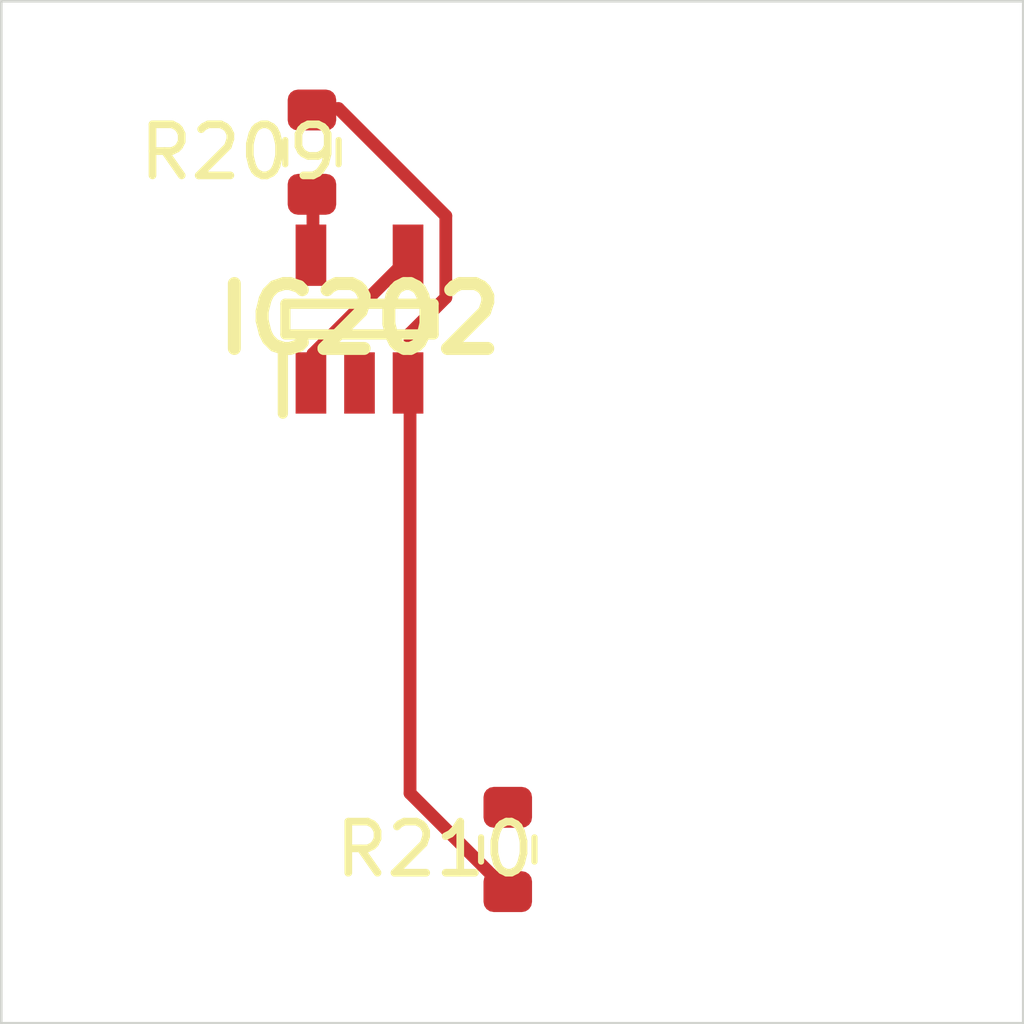
<source format=kicad_pcb>
 ( kicad_pcb  ( version 20171130 )
 ( host pcbnew 5.1.12-84ad8e8a86~92~ubuntu18.04.1 )
 ( general  ( thickness 1.6 )
 ( drawings 4 )
 ( tracks 0 )
 ( zones 0 )
 ( modules 3 )
 ( nets 5 )
)
 ( page A4 )
 ( layers  ( 0 F.Cu signal )
 ( 31 B.Cu signal )
 ( 32 B.Adhes user )
 ( 33 F.Adhes user )
 ( 34 B.Paste user )
 ( 35 F.Paste user )
 ( 36 B.SilkS user )
 ( 37 F.SilkS user )
 ( 38 B.Mask user )
 ( 39 F.Mask user )
 ( 40 Dwgs.User user )
 ( 41 Cmts.User user )
 ( 42 Eco1.User user )
 ( 43 Eco2.User user )
 ( 44 Edge.Cuts user )
 ( 45 Margin user )
 ( 46 B.CrtYd user )
 ( 47 F.CrtYd user )
 ( 48 B.Fab user )
 ( 49 F.Fab user )
)
 ( setup  ( last_trace_width 0.25 )
 ( trace_clearance 0.2 )
 ( zone_clearance 0.508 )
 ( zone_45_only no )
 ( trace_min 0.2 )
 ( via_size 0.8 )
 ( via_drill 0.4 )
 ( via_min_size 0.4 )
 ( via_min_drill 0.3 )
 ( uvia_size 0.3 )
 ( uvia_drill 0.1 )
 ( uvias_allowed no )
 ( uvia_min_size 0.2 )
 ( uvia_min_drill 0.1 )
 ( edge_width 0.05 )
 ( segment_width 0.2 )
 ( pcb_text_width 0.3 )
 ( pcb_text_size 1.5 1.5 )
 ( mod_edge_width 0.12 )
 ( mod_text_size 1 1 )
 ( mod_text_width 0.15 )
 ( pad_size 1.524 1.524 )
 ( pad_drill 0.762 )
 ( pad_to_mask_clearance 0 )
 ( aux_axis_origin 0 0 )
 ( visible_elements FFFFFF7F )
 ( pcbplotparams  ( layerselection 0x010fc_ffffffff )
 ( usegerberextensions false )
 ( usegerberattributes true )
 ( usegerberadvancedattributes true )
 ( creategerberjobfile true )
 ( excludeedgelayer true )
 ( linewidth 0.100000 )
 ( plotframeref false )
 ( viasonmask false )
 ( mode 1 )
 ( useauxorigin false )
 ( hpglpennumber 1 )
 ( hpglpenspeed 20 )
 ( hpglpendiameter 15.000000 )
 ( psnegative false )
 ( psa4output false )
 ( plotreference true )
 ( plotvalue true )
 ( plotinvisibletext false )
 ( padsonsilk false )
 ( subtractmaskfromsilk false )
 ( outputformat 1 )
 ( mirror false )
 ( drillshape 1 )
 ( scaleselection 1 )
 ( outputdirectory "" )
)
)
 ( net 0 "" )
 ( net 1 GND )
 ( net 2 VDDA )
 ( net 3 /Sheet6235D886/vp )
 ( net 4 "Net-(IC202-Pad3)" )
 ( net_class Default "This is the default net class."  ( clearance 0.2 )
 ( trace_width 0.25 )
 ( via_dia 0.8 )
 ( via_drill 0.4 )
 ( uvia_dia 0.3 )
 ( uvia_drill 0.1 )
 ( add_net /Sheet6235D886/vp )
 ( add_net GND )
 ( add_net "Net-(IC202-Pad3)" )
 ( add_net VDDA )
)
 ( module SOT95P280X145-5N locked  ( layer F.Cu )
 ( tedit 62336ED7 )
 ( tstamp 623423ED )
 ( at 87.010600 106.220000 90.000000 )
 ( descr DBV0005A )
 ( tags "Integrated Circuit" )
 ( path /6235D887/6266C08E )
 ( attr smd )
 ( fp_text reference IC202  ( at 0 0 )
 ( layer F.SilkS )
 ( effects  ( font  ( size 1.27 1.27 )
 ( thickness 0.254 )
)
)
)
 ( fp_text value TL071HIDBVR  ( at 0 0 )
 ( layer F.SilkS )
hide  ( effects  ( font  ( size 1.27 1.27 )
 ( thickness 0.254 )
)
)
)
 ( fp_line  ( start -1.85 -1.5 )
 ( end -0.65 -1.5 )
 ( layer F.SilkS )
 ( width 0.2 )
)
 ( fp_line  ( start -0.3 1.45 )
 ( end -0.3 -1.45 )
 ( layer F.SilkS )
 ( width 0.2 )
)
 ( fp_line  ( start 0.3 1.45 )
 ( end -0.3 1.45 )
 ( layer F.SilkS )
 ( width 0.2 )
)
 ( fp_line  ( start 0.3 -1.45 )
 ( end 0.3 1.45 )
 ( layer F.SilkS )
 ( width 0.2 )
)
 ( fp_line  ( start -0.3 -1.45 )
 ( end 0.3 -1.45 )
 ( layer F.SilkS )
 ( width 0.2 )
)
 ( fp_line  ( start -0.8 -0.5 )
 ( end 0.15 -1.45 )
 ( layer Dwgs.User )
 ( width 0.1 )
)
 ( fp_line  ( start -0.8 1.45 )
 ( end -0.8 -1.45 )
 ( layer Dwgs.User )
 ( width 0.1 )
)
 ( fp_line  ( start 0.8 1.45 )
 ( end -0.8 1.45 )
 ( layer Dwgs.User )
 ( width 0.1 )
)
 ( fp_line  ( start 0.8 -1.45 )
 ( end 0.8 1.45 )
 ( layer Dwgs.User )
 ( width 0.1 )
)
 ( fp_line  ( start -0.8 -1.45 )
 ( end 0.8 -1.45 )
 ( layer Dwgs.User )
 ( width 0.1 )
)
 ( fp_line  ( start -2.1 1.775 )
 ( end -2.1 -1.775 )
 ( layer Dwgs.User )
 ( width 0.05 )
)
 ( fp_line  ( start 2.1 1.775 )
 ( end -2.1 1.775 )
 ( layer Dwgs.User )
 ( width 0.05 )
)
 ( fp_line  ( start 2.1 -1.775 )
 ( end 2.1 1.775 )
 ( layer Dwgs.User )
 ( width 0.05 )
)
 ( fp_line  ( start -2.1 -1.775 )
 ( end 2.1 -1.775 )
 ( layer Dwgs.User )
 ( width 0.05 )
)
 ( pad 1 smd rect  ( at -1.25 -0.95 180.000000 )
 ( size 0.6 1.2 )
 ( layers F.Cu F.Mask F.Paste )
 ( net 3 /Sheet6235D886/vp )
)
 ( pad 2 smd rect  ( at -1.25 0 180.000000 )
 ( size 0.6 1.2 )
 ( layers F.Cu F.Mask F.Paste )
 ( net 1 GND )
)
 ( pad 3 smd rect  ( at -1.25 0.95 180.000000 )
 ( size 0.6 1.2 )
 ( layers F.Cu F.Mask F.Paste )
 ( net 4 "Net-(IC202-Pad3)" )
)
 ( pad 4 smd rect  ( at 1.25 0.95 180.000000 )
 ( size 0.6 1.2 )
 ( layers F.Cu F.Mask F.Paste )
 ( net 3 /Sheet6235D886/vp )
)
 ( pad 5 smd rect  ( at 1.25 -0.95 180.000000 )
 ( size 0.6 1.2 )
 ( layers F.Cu F.Mask F.Paste )
 ( net 2 VDDA )
)
)
 ( module Resistor_SMD:R_0603_1608Metric  ( layer F.Cu )
 ( tedit 5F68FEEE )
 ( tstamp 62342595 )
 ( at 86.080100 102.953000 90.000000 )
 ( descr "Resistor SMD 0603 (1608 Metric), square (rectangular) end terminal, IPC_7351 nominal, (Body size source: IPC-SM-782 page 72, https://www.pcb-3d.com/wordpress/wp-content/uploads/ipc-sm-782a_amendment_1_and_2.pdf), generated with kicad-footprint-generator" )
 ( tags resistor )
 ( path /6235D887/623CDBD9 )
 ( attr smd )
 ( fp_text reference R209  ( at 0 -1.43 )
 ( layer F.SilkS )
 ( effects  ( font  ( size 1 1 )
 ( thickness 0.15 )
)
)
)
 ( fp_text value 100k  ( at 0 1.43 )
 ( layer F.Fab )
 ( effects  ( font  ( size 1 1 )
 ( thickness 0.15 )
)
)
)
 ( fp_line  ( start -0.8 0.4125 )
 ( end -0.8 -0.4125 )
 ( layer F.Fab )
 ( width 0.1 )
)
 ( fp_line  ( start -0.8 -0.4125 )
 ( end 0.8 -0.4125 )
 ( layer F.Fab )
 ( width 0.1 )
)
 ( fp_line  ( start 0.8 -0.4125 )
 ( end 0.8 0.4125 )
 ( layer F.Fab )
 ( width 0.1 )
)
 ( fp_line  ( start 0.8 0.4125 )
 ( end -0.8 0.4125 )
 ( layer F.Fab )
 ( width 0.1 )
)
 ( fp_line  ( start -0.237258 -0.5225 )
 ( end 0.237258 -0.5225 )
 ( layer F.SilkS )
 ( width 0.12 )
)
 ( fp_line  ( start -0.237258 0.5225 )
 ( end 0.237258 0.5225 )
 ( layer F.SilkS )
 ( width 0.12 )
)
 ( fp_line  ( start -1.48 0.73 )
 ( end -1.48 -0.73 )
 ( layer F.CrtYd )
 ( width 0.05 )
)
 ( fp_line  ( start -1.48 -0.73 )
 ( end 1.48 -0.73 )
 ( layer F.CrtYd )
 ( width 0.05 )
)
 ( fp_line  ( start 1.48 -0.73 )
 ( end 1.48 0.73 )
 ( layer F.CrtYd )
 ( width 0.05 )
)
 ( fp_line  ( start 1.48 0.73 )
 ( end -1.48 0.73 )
 ( layer F.CrtYd )
 ( width 0.05 )
)
 ( fp_text user %R  ( at 0 0 )
 ( layer F.Fab )
 ( effects  ( font  ( size 0.4 0.4 )
 ( thickness 0.06 )
)
)
)
 ( pad 1 smd roundrect  ( at -0.825 0 90.000000 )
 ( size 0.8 0.95 )
 ( layers F.Cu F.Mask F.Paste )
 ( roundrect_rratio 0.25 )
 ( net 2 VDDA )
)
 ( pad 2 smd roundrect  ( at 0.825 0 90.000000 )
 ( size 0.8 0.95 )
 ( layers F.Cu F.Mask F.Paste )
 ( roundrect_rratio 0.25 )
 ( net 4 "Net-(IC202-Pad3)" )
)
 ( model ${KISYS3DMOD}/Resistor_SMD.3dshapes/R_0603_1608Metric.wrl  ( at  ( xyz 0 0 0 )
)
 ( scale  ( xyz 1 1 1 )
)
 ( rotate  ( xyz 0 0 0 )
)
)
)
 ( module Resistor_SMD:R_0603_1608Metric  ( layer F.Cu )
 ( tedit 5F68FEEE )
 ( tstamp 623425A6 )
 ( at 89.912500 116.600000 90.000000 )
 ( descr "Resistor SMD 0603 (1608 Metric), square (rectangular) end terminal, IPC_7351 nominal, (Body size source: IPC-SM-782 page 72, https://www.pcb-3d.com/wordpress/wp-content/uploads/ipc-sm-782a_amendment_1_and_2.pdf), generated with kicad-footprint-generator" )
 ( tags resistor )
 ( path /6235D887/623CDBDF )
 ( attr smd )
 ( fp_text reference R210  ( at 0 -1.43 )
 ( layer F.SilkS )
 ( effects  ( font  ( size 1 1 )
 ( thickness 0.15 )
)
)
)
 ( fp_text value 100k  ( at 0 1.43 )
 ( layer F.Fab )
 ( effects  ( font  ( size 1 1 )
 ( thickness 0.15 )
)
)
)
 ( fp_line  ( start 1.48 0.73 )
 ( end -1.48 0.73 )
 ( layer F.CrtYd )
 ( width 0.05 )
)
 ( fp_line  ( start 1.48 -0.73 )
 ( end 1.48 0.73 )
 ( layer F.CrtYd )
 ( width 0.05 )
)
 ( fp_line  ( start -1.48 -0.73 )
 ( end 1.48 -0.73 )
 ( layer F.CrtYd )
 ( width 0.05 )
)
 ( fp_line  ( start -1.48 0.73 )
 ( end -1.48 -0.73 )
 ( layer F.CrtYd )
 ( width 0.05 )
)
 ( fp_line  ( start -0.237258 0.5225 )
 ( end 0.237258 0.5225 )
 ( layer F.SilkS )
 ( width 0.12 )
)
 ( fp_line  ( start -0.237258 -0.5225 )
 ( end 0.237258 -0.5225 )
 ( layer F.SilkS )
 ( width 0.12 )
)
 ( fp_line  ( start 0.8 0.4125 )
 ( end -0.8 0.4125 )
 ( layer F.Fab )
 ( width 0.1 )
)
 ( fp_line  ( start 0.8 -0.4125 )
 ( end 0.8 0.4125 )
 ( layer F.Fab )
 ( width 0.1 )
)
 ( fp_line  ( start -0.8 -0.4125 )
 ( end 0.8 -0.4125 )
 ( layer F.Fab )
 ( width 0.1 )
)
 ( fp_line  ( start -0.8 0.4125 )
 ( end -0.8 -0.4125 )
 ( layer F.Fab )
 ( width 0.1 )
)
 ( fp_text user %R  ( at 0 0 )
 ( layer F.Fab )
 ( effects  ( font  ( size 0.4 0.4 )
 ( thickness 0.06 )
)
)
)
 ( pad 2 smd roundrect  ( at 0.825 0 90.000000 )
 ( size 0.8 0.95 )
 ( layers F.Cu F.Mask F.Paste )
 ( roundrect_rratio 0.25 )
 ( net 1 GND )
)
 ( pad 1 smd roundrect  ( at -0.825 0 90.000000 )
 ( size 0.8 0.95 )
 ( layers F.Cu F.Mask F.Paste )
 ( roundrect_rratio 0.25 )
 ( net 4 "Net-(IC202-Pad3)" )
)
 ( model ${KISYS3DMOD}/Resistor_SMD.3dshapes/R_0603_1608Metric.wrl  ( at  ( xyz 0 0 0 )
)
 ( scale  ( xyz 1 1 1 )
)
 ( rotate  ( xyz 0 0 0 )
)
)
)
 ( gr_line  ( start 100 100 )
 ( end 100 120 )
 ( layer Edge.Cuts )
 ( width 0.05 )
 ( tstamp 62E770C4 )
)
 ( gr_line  ( start 80 120 )
 ( end 100 120 )
 ( layer Edge.Cuts )
 ( width 0.05 )
 ( tstamp 62E770C0 )
)
 ( gr_line  ( start 80 100 )
 ( end 100 100 )
 ( layer Edge.Cuts )
 ( width 0.05 )
 ( tstamp 6234110C )
)
 ( gr_line  ( start 80 100 )
 ( end 80 120 )
 ( layer Edge.Cuts )
 ( width 0.05 )
)
 ( segment  ( start 86.100001 103.800002 )
 ( end 86.100001 105.000002 )
 ( width 0.250000 )
 ( layer F.Cu )
 ( net 2 )
)
 ( segment  ( start 88.000001 105.000002 )
 ( end 86.100001 106.900002 )
 ( width 0.250000 )
 ( layer F.Cu )
 ( net 3 )
)
 ( segment  ( start 86.100001 106.900002 )
 ( end 86.100001 107.500002 )
 ( width 0.250000 )
 ( layer F.Cu )
 ( net 3 )
)
 ( segment  ( start 86.100001 102.100002 )
 ( end 86.600001 102.100002 )
 ( width 0.250000 )
 ( layer F.Cu )
 ( net 4 )
)
 ( segment  ( start 86.600001 102.100002 )
 ( end 88.700001 104.200002 )
 ( width 0.250000 )
 ( layer F.Cu )
 ( net 4 )
)
 ( segment  ( start 88.700001 104.200002 )
 ( end 88.700001 105.800002 )
 ( width 0.250000 )
 ( layer F.Cu )
 ( net 4 )
)
 ( segment  ( start 88.700001 105.800002 )
 ( end 88.000001 106.500002 )
 ( width 0.250000 )
 ( layer F.Cu )
 ( net 4 )
)
 ( segment  ( start 88.000001 106.500002 )
 ( end 88.000001 107.500002 )
 ( width 0.250000 )
 ( layer F.Cu )
 ( net 4 )
)
 ( segment  ( start 89.900001 117.400002 )
 ( end 88.000001 115.500002 )
 ( width 0.250000 )
 ( layer F.Cu )
 ( net 4 )
)
 ( segment  ( start 88.000001 115.500002 )
 ( end 88.000001 107.500002 )
 ( width 0.250000 )
 ( layer F.Cu )
 ( net 4 )
)
)

</source>
